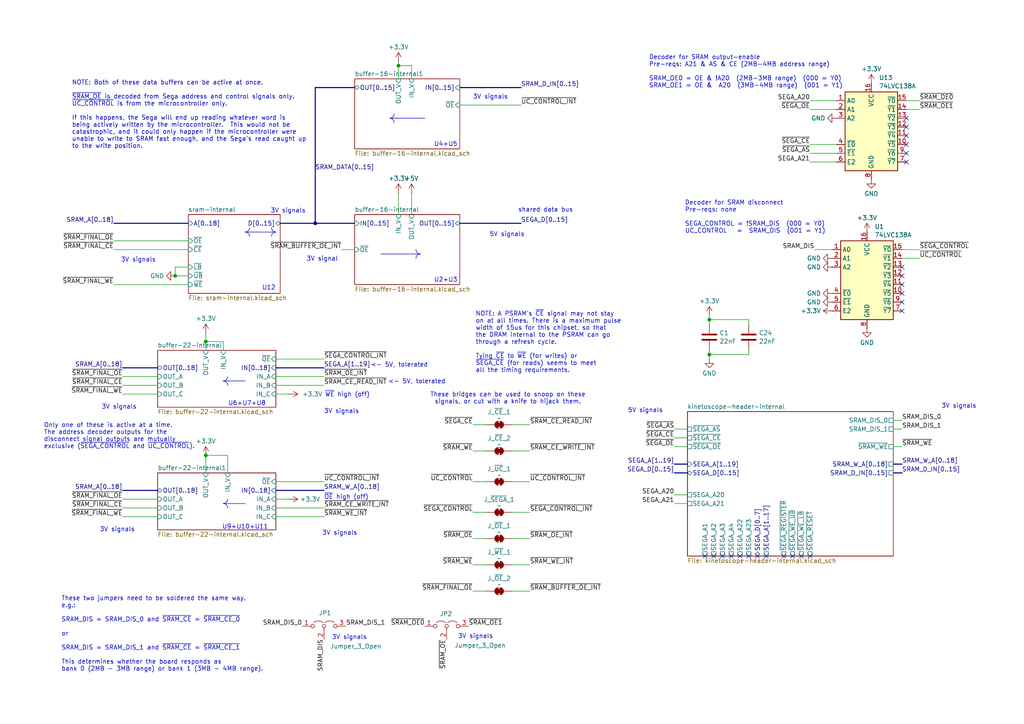
<source format=kicad_sch>
(kicad_sch (version 20250114) (generator "eeschema") (generator_version "9.0")
  (paper "A4")
  (title_block (title "Kinetoscope SRAM Bank"))
  (lib_symbols
    (symbol "74xx:74HC138"
      (property "Reference" "U" (at -7.62 13.97 0))
      (property "Value" "74HC138" (at 2.54 -11.43 0))
      (symbol "74HC138_0_1"
        (rectangle (start -7.62 12.7) (end 7.62 -10.16) (stroke (width 0.254)) (fill (type background)))
      )
      (symbol "74HC138_1_1"
        (pin input line (at -10.16 10.16 0) (length 2.54) (name "A0") (number "1"))
        (pin input line (at -10.16 7.62 0) (length 2.54) (name "A1") (number "2"))
        (pin input line (at -10.16 5.08 0) (length 2.54) (name "A2") (number "3"))
        (pin input line (at -10.16 -2.54 0) (length 2.54) (name "~{E0}") (number "4"))
        (pin input line (at -10.16 -5.08 0) (length 2.54) (name "~{E1}") (number "5"))
        (pin input line (at -10.16 -7.62 0) (length 2.54) (name "E2") (number "6"))
        (pin power_in line (at 0 15.24 270) (length 2.54) (name "VCC") (number "16"))
        (pin power_in line (at 0 -12.7 90) (length 2.54) (name "GND") (number "8"))
        (pin output line (at 10.16 10.16 180) (length 2.54) (name "~{Y0}") (number "15"))
        (pin output line (at 10.16 7.62 180) (length 2.54) (name "~{Y1}") (number "14"))
        (pin output line (at 10.16 5.08 180) (length 2.54) (name "~{Y2}") (number "13"))
        (pin output line (at 10.16 2.54 180) (length 2.54) (name "~{Y3}") (number "12"))
        (pin output line (at 10.16 0 180) (length 2.54) (name "~{Y4}") (number "11"))
        (pin output line (at 10.16 -2.54 180) (length 2.54) (name "~{Y5}") (number "10"))
        (pin output line (at 10.16 -5.08 180) (length 2.54) (name "~{Y6}") (number "9"))
        (pin output line (at 10.16 -7.62 180) (length 2.54) (name "~{Y7}") (number "7"))
      )
    )
    (symbol "Device:C" (pin_numbers (hide yes)) (pin_names (offset 0.254))
      (property "Reference" "C" (at 0.635 2.54 0))
      (property "Value" "C" (at 0.635 -2.54 0))
      (symbol "C_0_1"
        (polyline (pts (xy -2.032 0.762) (xy 2.032 0.762)) (stroke (width 0.508)))
        (polyline (pts (xy -2.032 -0.762) (xy 2.032 -0.762)) (stroke (width 0.508)))
      )
      (symbol "C_1_1"
        (pin passive line (at 0 3.81 270) (length 2.794) (name "~") (number "1"))
        (pin passive line (at 0 -3.81 90) (length 2.794) (name "~") (number "2"))
      )
    )
    (symbol "Jumper:Jumper_3_Open" (pin_names (offset 0) (hide yes)) (exclude_from_sim yes) (in_bom no)
      (property "Reference" "JP" (at -2.54 -2.54 0))
      (property "Value" "Jumper_3_Open" (at 0 2.794 0))
      (symbol "Jumper_3_Open_0_0"
        (circle (center -3.302 0) (radius 0.508))
        (circle (center 0 0) (radius 0.508))
        (circle (center 3.302 0) (radius 0.508))
      )
      (symbol "Jumper_3_Open_0_1"
        (arc (start -3.048 1.016) (mid -1.651 1.4992) (end -0.254 1.016))
        (polyline (pts (xy 0 -0.508) (xy 0 -1.27)))
        (arc (start 0.254 1.016) (mid 1.651 1.4992) (end 3.048 1.016))
      )
      (symbol "Jumper_3_Open_1_1"
        (pin passive line (at -6.35 0 0) (length 2.54) (name "A") (number "1"))
        (pin passive line (at 0 -3.81 90) (length 2.54) (name "C") (number "2"))
        (pin passive line (at 6.35 0 180) (length 2.54) (name "B") (number "3"))
      )
    )
    (symbol "Jumper:SolderJumper_2_Bridged" (pin_numbers (hide yes)) (pin_names (offset 0) (hide yes)) (exclude_from_sim yes) (in_bom no)
      (property "Reference" "JP" (at 0 2.032 0))
      (property "Value" "SolderJumper_2_Bridged" (at 0 -2.54 0))
      (symbol "SolderJumper_2_Bridged_0_1"
        (rectangle (start -0.508 0.508) (end 0.508 -0.508) (fill (type outline)))
        (polyline (pts (xy -0.254 1.016) (xy -0.254 -1.016)))
        (arc (start -0.254 -1.016) (mid -1.2656 0) (end -0.254 1.016))
        (arc (start -0.254 -1.016) (mid -1.2656 0) (end -0.254 1.016) (fill (type outline)))
        (arc (start 0.254 1.016) (mid 1.2656 0) (end 0.254 -1.016))
        (arc (start 0.254 1.016) (mid 1.2656 0) (end 0.254 -1.016) (fill (type outline)))
        (polyline (pts (xy 0.254 1.016) (xy 0.254 -1.016)))
      )
      (symbol "SolderJumper_2_Bridged_1_1"
        (pin passive line (at -3.81 0 0) (length 2.54) (name "A") (number "1"))
        (pin passive line (at 3.81 0 180) (length 2.54) (name "B") (number "2"))
      )
    )
    (symbol "power:+3.3V" (power) (pin_numbers (hide yes)) (pin_names (offset 0) (hide yes))
      (property "Value" "+3.3V" (at 0 3.556 0))
      (symbol "+3.3V_0_1"
        (polyline (pts (xy -0.762 1.27) (xy 0 2.54)))
        (polyline (pts (xy 0 2.54) (xy 0.762 1.27)))
        (polyline (pts (xy 0 0) (xy 0 2.54)))
      )
      (symbol "+3.3V_1_1"
        (pin power_in line (at 0 0 90) (length 0) (name "~") (number "1"))
      )
    )
    (symbol "power:+5V" (power) (pin_numbers (hide yes)) (pin_names (offset 0) (hide yes))
      (property "Value" "+5V" (at 0 3.556 0))
      (symbol "+5V_0_1"
        (polyline (pts (xy -0.762 1.27) (xy 0 2.54)))
        (polyline (pts (xy 0 2.54) (xy 0.762 1.27)))
        (polyline (pts (xy 0 0) (xy 0 2.54)))
      )
      (symbol "+5V_1_1"
        (pin power_in line (at 0 0 90) (length 0) (name "~") (number "1"))
      )
    )
    (symbol "power:GND" (power) (pin_numbers (hide yes)) (pin_names (offset 0) (hide yes))
      (property "Value" "GND" (at 0 -3.81 0))
      (symbol "GND_0_1"
        (polyline (pts (xy 0 0) (xy 0 -1.27) (xy 1.27 -1.27) (xy 0 -2.54) (xy -1.27 -1.27) (xy 0 -1.27)))
      )
      (symbol "GND_1_1"
        (pin power_in line (at 0 0 270) (length 0) (name "~") (number "1"))
      )
    )
  )
  (arc (start 113.03 34.29) (mid 113.928 34.662) (end 114.3 35.56))
  (arc (start 80.01 67.31) (mid 79.112 66.938) (end 78.74 66.04))
  (arc (start 120.65 74.93) (mid 121.022 74.032) (end 121.92 73.66))
  (arc (start 71.12 67.31) (mid 72.018 67.682) (end 72.39 68.58))
  (arc (start 64.77 146.05) (mid 65.668 146.422) (end 66.04 147.32))
  (arc (start 72.39 66.04) (mid 72.018 66.938) (end 71.12 67.31))
  (arc (start 121.92 73.66) (mid 121.022 73.288) (end 120.65 72.39))
  (arc (start 114.3 33.02) (mid 113.928 33.918) (end 113.03 34.29))
  (arc (start 64.77 110.49) (mid 65.668 110.862) (end 66.04 111.76))
  (arc (start 78.74 68.58) (mid 79.112 67.682) (end 80.01 67.31))
  (arc (start 66.04 144.78) (mid 65.668 145.678) (end 64.77 146.05))
  (arc (start 66.04 109.22) (mid 65.668 110.118) (end 64.77 110.49))
  (text "3V signal" (at 93.472 75.184 0) (effects (font (size 1.27 1.27))))
  (text "5V signals" (at 187.198 119.126 0) (effects (font (size 1.27 1.27))))
  (text "~{OE} high (off)" (at 93.98 144.272 0) (effects (font (size 1.27 1.27)) (justify left)))
  (text "NOTE: A PSRAM's ~{CE} signal may not stay\non at all times. There is a maximum pulse\nwidth of 15us for this chipset, so that\nthe DRAM internal to the PSRAM can go\nthrough a refresh cycle.\n\nTying ~{CE} to ~{WE} (for writes) or\n~{SEGA_CE} (for reads) seems to meet\nall the timing requirements." (at 137.922 99.314 0) (effects (font (size 1.27 1.27)) (justify left)))
  (text "These two jumpers need to be soldered the same way.\ne.g.:\n\nSRAM_DIS = SRAM_DIS_0 and ~{SRAM_CE} = ~{SRAM_CE_0}\n\nor\n\nSRAM_DIS = SRAM_DIS_1 and ~{SRAM_CE} = ~{SRAM_CE_1}\n\nThis determines whether the board responds as\nbank 0 (2MB - 3MB range) or bank 1 (3MB - 4MB range)." (at 17.78 183.896 0) (effects (font (size 1.27 1.27)) (justify left)))
  (text "3V signals" (at 278.13 117.856 0) (effects (font (size 1.27 1.27))))
  (text "3V signals" (at 142.24 28.194 0) (effects (font (size 1.27 1.27))))
  (text "Only one of these is active at a time.\nThe address decoder outputs for the\ndisconnect signal outputs are mutually\nexclusive (~{SEGA_CONTROL} and ~{UC_CONTROL})." (at 12.7 126.492 0) (effects (font (size 1.27 1.27)) (justify left)))
  (text "~{WE} high (off)" (at 94.234 114.554 0) (effects (font (size 1.27 1.27)) (justify left)))
  (text "U4+U5" (at 129.286 41.91 0) (effects (font (size 1.27 1.27))))
  (text "U6+U7+U8" (at 71.628 117.094 0) (effects (font (size 1.27 1.27))))
  (text "5V signals" (at 147.066 68.072 0) (effects (font (size 1.27 1.27))))
  (text "3V signals" (at 83.566 61.214 0) (effects (font (size 1.27 1.27))))
  (text "shared data bus" (at 158.242 60.96 0) (effects (font (size 1.27 1.27))))
  (text "These bridges can be used to snoop on these\nsignals, or cut with a knife to hijack them." (at 147.32 115.57 0) (effects (font (size 1.27 1.27))))
  (text "Decoder for SRAM disconnect\nPre-reqs: none\n\nSEGA_CONTROL = !SRAM_DIS  (000 = Y0)\nUC_CONTROL   =  SRAM_DIS  (001 = Y1)" (at 198.628 62.992 0) (effects (font (size 1.27 1.27)) (justify left)))
  (text "U12" (at 77.978 83.566 0) (effects (font (size 1.27 1.27))))
  (text "U9+U10+U11" (at 71.12 152.908 0) (effects (font (size 1.27 1.27))))
  (text "Decoder for SRAM output-enable\nPre-reqs: A21 & AS & CE (2MB-4MB address range)\n\nSRAM_OE0 = OE & !A20  (2MB-3MB range)  (000 = Y0)\nSRAM_OE1 = OE &  A20  (3MB-4MB range)  (001 = Y1)" (at 188.214 20.828 0) (effects (font (size 1.27 1.27)) (justify left)))
  (text "3V signals" (at 34.544 118.11 0) (effects (font (size 1.27 1.27))))
  (text "3V signals" (at 34.036 153.67 0) (effects (font (size 1.27 1.27))))
  (text "3V signals" (at 101.346 184.912 0) (effects (font (size 1.27 1.27))))
  (text "<- 5V, tolerated" (at 120.904 110.744 0) (effects (font (size 1.27 1.27))))
  (text "3V signals" (at 40.132 75.438 0) (effects (font (size 1.27 1.27))))
  (text "3V signals" (at 98.552 154.686 0) (effects (font (size 1.27 1.27))))
  (text "3V signals" (at 99.06 119.38 0) (effects (font (size 1.27 1.27))))
  (text "U2+U3" (at 129.286 81.28 0) (effects (font (size 1.27 1.27))))
  (text "NOTE: Both of these data buffers can be active at once.\n\n~{SRAM_OE} is decoded from Sega address and control signals only.\n~{UC_CONTROL} is from the microcontroller only.\n\nIf this happens, the Sega will end up reading whatever word is\nbeing actively written by the microcontroller.  This would not be\ncatastrophic, and it could only happen if the microcontroller were\nunable to write to SRAM fast enough, and the Sega's read caught up\nto the write position." (at 20.828 33.274 0) (effects (font (size 1.27 1.27) (thickness 0.1588)) (justify left)))
  (text "<- 5V, tolerated" (at 115.824 105.918 0) (effects (font (size 1.27 1.27))))
  (text "3V signals" (at 137.922 184.658 0) (effects (font (size 1.27 1.27))))
  (junction (at 59.69 99.06))
  (junction (at 59.69 132.08))
  (junction (at 205.74 102.87))
  (junction (at 205.74 92.71))
  (junction (at 50.8 80.01))
  (junction (at 115.57 19.05))
  (junction (at 91.44 64.77))
  (no_connect (at 261.62 87.63))
  (no_connect (at 261.62 82.55))
  (no_connect (at 227.33 161.29))
  (no_connect (at 204.47 161.29))
  (no_connect (at 262.89 41.91))
  (no_connect (at 262.89 44.45))
  (no_connect (at 212.09 161.29))
  (no_connect (at 214.63 161.29))
  (no_connect (at 262.89 39.37))
  (no_connect (at 261.62 85.09))
  (no_connect (at 234.95 161.29))
  (no_connect (at 262.89 46.99))
  (no_connect (at 229.87 161.29))
  (no_connect (at 261.62 80.01))
  (no_connect (at 209.55 161.29))
  (no_connect (at 261.62 90.17))
  (no_connect (at 232.41 161.29))
  (no_connect (at 219.71 161.29))
  (no_connect (at 262.89 36.83))
  (no_connect (at 262.89 34.29))
  (no_connect (at 217.17 161.29))
  (no_connect (at 261.62 77.47))
  (no_connect (at 207.01 161.29))
  (no_connect (at 222.25 161.29))
  (wire (pts (xy 234.95 44.45) (xy 242.57 44.45)))
  (wire (pts (xy 133.35 30.48) (xy 151.13 30.48)))
  (wire (pts (xy 93.98 104.14) (xy 80.01 104.14)))
  (bus (pts (xy 80.01 106.68) (xy 93.98 106.68)))
  (bus (pts (xy 259.08 134.62) (xy 261.62 134.62)))
  (wire (pts (xy 148.59 163.83) (xy 153.67 163.83)))
  (wire (pts (xy 59.69 132.08) (xy 59.69 137.16)))
  (wire (pts (xy 35.56 144.78) (xy 45.72 144.78)))
  (wire (pts (xy 35.56 109.22) (xy 45.72 109.22)))
  (wire (pts (xy 33.02 82.55) (xy 54.61 82.55)))
  (bus (pts (xy 133.35 64.77) (xy 151.13 64.77)))
  (wire (pts (xy 50.8 80.01) (xy 54.61 80.01)))
  (wire (pts (xy 148.59 130.81) (xy 153.67 130.81)))
  (wire (pts (xy 234.95 29.21) (xy 242.57 29.21)))
  (wire (pts (xy 137.16 139.7) (xy 140.97 139.7)))
  (bus (pts (xy 195.58 137.16) (xy 199.39 137.16)))
  (wire (pts (xy 205.74 92.71) (xy 217.17 92.71)))
  (wire (pts (xy 205.74 91.44) (xy 205.74 92.71)))
  (wire (pts (xy 261.62 72.39) (xy 266.7 72.39)))
  (wire (pts (xy 119.38 19.05) (xy 119.38 22.86)))
  (wire (pts (xy 35.56 149.86) (xy 45.72 149.86)))
  (wire (pts (xy 137.16 163.83) (xy 140.97 163.83)))
  (wire (pts (xy 195.58 127) (xy 199.39 127)))
  (wire (pts (xy 80.01 139.7) (xy 93.98 139.7)))
  (wire (pts (xy 35.56 114.3) (xy 45.72 114.3)))
  (bus (pts (xy 80.01 142.24) (xy 93.98 142.24)))
  (wire (pts (xy 99.06 72.39) (xy 102.87 72.39)))
  (wire (pts (xy 59.69 96.52) (xy 59.69 99.06)))
  (bus (pts (xy 102.87 64.77) (xy 91.44 64.77)))
  (wire (pts (xy 234.95 46.99) (xy 242.57 46.99)))
  (wire (pts (xy 59.69 99.06) (xy 59.69 101.6)))
  (wire (pts (xy 115.57 19.05) (xy 119.38 19.05)))
  (wire (pts (xy 217.17 101.6) (xy 217.17 102.87)))
  (wire (pts (xy 195.58 143.51) (xy 199.39 143.51)))
  (wire (pts (xy 262.89 31.75) (xy 266.7 31.75)))
  (wire (pts (xy 80.01 111.76) (xy 93.98 111.76)))
  (wire (pts (xy 64.77 101.6) (xy 64.77 99.06)))
  (bus (pts (xy 259.08 137.16) (xy 261.62 137.16)))
  (wire (pts (xy 195.58 124.46) (xy 199.39 124.46)))
  (wire (pts (xy 137.16 156.21) (xy 140.97 156.21)))
  (bus (pts (xy 91.44 64.77) (xy 91.44 25.4)))
  (wire (pts (xy 259.08 124.46) (xy 261.62 124.46)))
  (bus (pts (xy 35.56 142.24) (xy 45.72 142.24)))
  (wire (pts (xy 137.16 171.45) (xy 140.97 171.45)))
  (wire (pts (xy 50.8 77.47) (xy 50.8 80.01)))
  (wire (pts (xy 236.22 72.39) (xy 241.3 72.39)))
  (wire (pts (xy 195.58 146.05) (xy 199.39 146.05)))
  (bus (pts (xy 133.35 25.4) (xy 151.13 25.4)))
  (wire (pts (xy 153.67 123.19) (xy 148.59 123.19)))
  (wire (pts (xy 205.74 104.14) (xy 205.74 102.87)))
  (wire (pts (xy 66.04 132.08) (xy 59.69 132.08)))
  (wire (pts (xy 137.16 148.59) (xy 140.97 148.59)))
  (wire (pts (xy 35.56 111.76) (xy 45.72 111.76)))
  (wire (pts (xy 115.57 17.78) (xy 115.57 19.05)))
  (wire (pts (xy 148.59 171.45) (xy 153.67 171.45)))
  (wire (pts (xy 217.17 92.71) (xy 217.17 93.98)))
  (wire (pts (xy 33.02 69.85) (xy 54.61 69.85)))
  (wire (pts (xy 119.38 55.88) (xy 119.38 62.23)))
  (wire (pts (xy 64.77 99.06) (xy 59.69 99.06)))
  (polyline (pts (xy 71.12 67.31) (xy 80.01 67.31)))
  (polyline (pts (xy 64.77 146.05) (xy 71.12 146.05)))
  (wire (pts (xy 148.59 148.59) (xy 153.67 148.59)))
  (wire (pts (xy 217.17 102.87) (xy 205.74 102.87)))
  (wire (pts (xy 148.59 139.7) (xy 153.67 139.7)))
  (wire (pts (xy 205.74 102.87) (xy 205.74 101.6)))
  (wire (pts (xy 54.61 77.47) (xy 50.8 77.47)))
  (wire (pts (xy 259.08 129.54) (xy 261.62 129.54)))
  (wire (pts (xy 234.95 31.75) (xy 242.57 31.75)))
  (wire (pts (xy 137.16 123.19) (xy 140.97 123.19)))
  (wire (pts (xy 115.57 19.05) (xy 115.57 22.86)))
  (bus (pts (xy 35.56 106.68) (xy 45.72 106.68)))
  (wire (pts (xy 234.95 41.91) (xy 242.57 41.91)))
  (wire (pts (xy 80.01 149.86) (xy 93.98 149.86)))
  (bus (pts (xy 91.44 25.4) (xy 102.87 25.4)))
  (polyline (pts (xy 113.03 34.29) (xy 123.19 34.29)))
  (wire (pts (xy 80.01 109.22) (xy 93.98 109.22)))
  (wire (pts (xy 195.58 129.54) (xy 199.39 129.54)))
  (wire (pts (xy 205.74 92.71) (xy 205.74 93.98)))
  (wire (pts (xy 261.62 74.93) (xy 266.7 74.93)))
  (wire (pts (xy 80.01 114.3) (xy 83.82 114.3)))
  (wire (pts (xy 259.08 121.92) (xy 261.62 121.92)))
  (wire (pts (xy 115.57 55.88) (xy 115.57 62.23)))
  (wire (pts (xy 262.89 29.21) (xy 266.7 29.21)))
  (bus (pts (xy 81.28 64.77) (xy 91.44 64.77)))
  (wire (pts (xy 66.04 137.16) (xy 66.04 132.08)))
  (wire (pts (xy 35.56 147.32) (xy 45.72 147.32)))
  (polyline (pts (xy 64.77 110.49) (xy 71.12 110.49)))
  (wire (pts (xy 80.01 147.32) (xy 93.98 147.32)))
  (wire (pts (xy 148.59 156.21) (xy 153.67 156.21)))
  (polyline (pts (xy 110.49 73.66) (xy 121.92 73.66)))
  (wire (pts (xy 137.16 130.81) (xy 140.97 130.81)))
  (bus (pts (xy 195.58 134.62) (xy 199.39 134.62)))
  (wire (pts (xy 33.02 72.39) (xy 54.61 72.39)))
  (wire (pts (xy 80.01 144.78) (xy 83.82 144.78)))
  (bus (pts (xy 33.02 64.77) (xy 54.61 64.77)))
  (label "~{UC_CONTROL}" (at 266.7 74.93 0))
  (label "~{SRAM_WE}" (at 137.16 130.81 180))
  (label "~{SEGA_OE}" (at 234.95 31.75 180))
  (label "~{SRAM_FINAL_OE}" (at 35.56 109.22 180))
  (label "~{SRAM_FINAL_WE}" (at 33.02 82.55 180))
  (label "SEGA_A20" (at 234.95 29.21 180))
  (label "~{SRAM_FINAL_WE}" (at 35.56 149.86 180))
  (label "~{SRAM_OE_INT}" (at 153.67 156.21 0))
  (label "~{SRAM_FINAL_OE}" (at 137.16 171.45 180))
  (label "~{SEGA_CONTROL_INT}" (at 93.98 104.14 0))
  (label "~{SRAM_OE1}" (at 135.89 181.61 0))
  (label "~{SRAM_WE_INT}" (at 93.98 149.86 0))
  (label "SEGA_A[1..19]" (at 93.98 106.68 0))
  (label "SRAM_DIS" (at 93.98 185.42 270))
  (label "SRAM_A[0..18]" (at 35.56 142.24 180))
  (label "~{SRAM_FINAL_OE}" (at 33.02 69.85 180))
  (label "~{SRAM_WE_INT}" (at 153.67 163.83 0))
  (label "~{SRAM_OE0}" (at 266.7 29.21 0))
  (label "SRAM_D_IN[0..15]" (at 261.62 137.16 0))
  (label "~{UC_CONTROL_INT}" (at 93.98 139.7 0))
  (label "~{SRAM_FINAL_WE}" (at 35.56 114.3 180))
  (label "~{SEGA_OE}" (at 195.58 129.54 180))
  (label "~{SRAM_FINAL_CE}" (at 33.02 72.39 180))
  (label "~{SRAM_CE_WRITE_INT}" (at 93.98 147.32 0))
  (label "~{SRAM_OE_INT}" (at 93.98 109.22 0))
  (label "~{SEGA_AS}" (at 195.58 124.46 180))
  (label "SEGA_A21" (at 195.58 146.05 180))
  (label "SRAM_DIS" (at 236.22 72.39 180))
  (label "~{SEGA_AS}" (at 234.95 44.45 180))
  (label "~{SEGA_CE}" (at 195.58 127 180))
  (label "~{UC_CONTROL_INT}" (at 151.13 30.48 0))
  (label "~{SRAM_CE_READ_INT}" (at 153.67 123.19 0))
  (label "SRAM_D_IN[0..15]" (at 151.13 25.4 0))
  (label "~{SRAM_CE_READ_INT}" (at 93.98 111.76 0))
  (label "SRAM_DIS_1" (at 261.62 124.46 0))
  (label "~{SRAM_FINAL_CE}" (at 35.56 111.76 180))
  (label "~{SRAM_WE}" (at 137.16 163.83 180))
  (label "SRAM_DIS_0" (at 261.62 121.92 0))
  (label "SRAM_A[0..18]" (at 33.02 64.77 180))
  (label "~{SRAM_FINAL_CE}" (at 35.56 147.32 180))
  (label "~{SRAM_OE}" (at 137.16 156.21 180))
  (label "SEGA_D[0..15]" (at 151.13 64.77 0))
  (label "SRAM_W_A[0..18]" (at 261.62 134.62 0))
  (label "~{SRAM_CE_WRITE_INT}" (at 153.67 130.81 0))
  (label "SRAM_DIS_0" (at 87.63 181.61 180))
  (label "~{SEGA_CONTROL}" (at 137.16 148.59 180))
  (label "~{UC_CONTROL}" (at 137.16 139.7 180))
  (label "~{SRAM_BUFFER_OE_INT}" (at 99.06 72.39 180))
  (label "SRAM_DIS_1" (at 100.33 181.61 0))
  (label "~{SRAM_OE}" (at 129.54 185.42 270))
  (label "SEGA_D[0..15]" (at 195.58 137.16 180))
  (label "SEGA_A[1..19]" (at 195.58 134.62 180))
  (label "SEGA_A20" (at 195.58 143.51 180))
  (label "~{SRAM_WE}" (at 261.62 129.54 0))
  (label "SRAM_DATA[0..15]" (at 91.44 49.53 0))
  (label "~{SRAM_OE1}" (at 266.7 31.75 0))
  (label "~{SEGA_CE}" (at 234.95 41.91 180))
  (label "~{SEGA_CE}" (at 137.16 123.19 180))
  (label "SEGA_A21" (at 234.95 46.99 180))
  (label "~{SEGA_CONTROL}" (at 266.7 72.39 0))
  (label "~{SRAM_BUFFER_OE_INT}" (at 153.67 171.45 0))
  (label "~{SEGA_CONTROL_INT}" (at 153.67 148.59 0))
  (label "~{SRAM_FINAL_OE}" (at 35.56 144.78 180))
  (label "SRAM_A[0..18]" (at 35.56 106.68 180))
  (label "~{UC_CONTROL_INT}" (at 153.67 139.7 0))
  (label "SRAM_W_A[0..18]" (at 93.98 142.24 0))
  (label "~{SRAM_OE0}" (at 123.19 181.61 180))
  (symbol (lib_id "Jumper:SolderJumper_2_Bridged") (at 144.78 163.83 0) (unit 1) (exclude_from_sim yes) (in_bom no)
    (property "Reference" "J_~{WE}_1" (at 144.78 160.137 0))
    (property "Value" "~" (at 144.78 161.9639 0))
    (property "Footprint" "Jumper:SolderJumper-2_P1.3mm_Bridged_RoundedPad1.0x1.5mm" (effects (hide yes)))
    (property "Description" "Solder Jumper, 2-pole, closed/bridged" (effects (hide yes)))
  )
  (symbol (lib_id "power:GND") (at 252.73 52.07 0) (unit 1)
    (property "Reference" "#PWR048" (effects (hide yes)))
    (property "Value" "GND" (at 252.73 56.2031 0))
    (property "Description" "Power symbol creates a global label with name \"GND\" , ground" (effects (hide yes)))
  )
  (symbol (lib_id "Jumper:SolderJumper_2_Bridged") (at 144.78 123.19 0) (unit 1) (exclude_from_sim yes) (in_bom no)
    (property "Reference" "J_~{CE}_1" (at 144.78 119.497 0))
    (property "Value" "~" (at 144.78 121.3239 0))
    (property "Footprint" "Jumper:SolderJumper-2_P1.3mm_Bridged_RoundedPad1.0x1.5mm" (effects (hide yes)))
    (property "Description" "Solder Jumper, 2-pole, closed/bridged" (effects (hide yes)))
  )
  (symbol (lib_id "Device:C") (at 205.74 97.79 0) (unit 1)
    (property "Reference" "C1" (at 208.661 96.5778 0) (effects (justify left)))
    (property "Value" "22nF" (at 208.661 99.0021 0) (effects (justify left)))
    (property "Footprint" "Capacitor_SMD:C_0603_1608Metric" (effects (hide yes)))
    (property "Datasheet" "https://www.mouser.com/datasheet/2/447/KEM_C1002_X7R_SMD-3316098.pdf" (effects (hide yes)))
    (property "Description" "Unpolarized capacitor" (effects (hide yes)))
    (property "JLCPCB Part Number" "CL10B223KB8NNNC" (effects (hide yes)))
    (property "Mouser Part Number" "80-C0603C223K4R" (effects (hide yes)))
    (property "Part Number" "C0603C223K4RACTU" (effects (hide yes)))
  )
  (symbol (lib_id "Jumper:SolderJumper_2_Bridged") (at 144.78 148.59 0) (unit 1) (exclude_from_sim yes) (in_bom no)
    (property "Reference" "J_~{SEGA}_1" (at 144.78 144.897 0))
    (property "Value" "~" (at 144.78 146.7239 0))
    (property "Footprint" "Jumper:SolderJumper-2_P1.3mm_Bridged_RoundedPad1.0x1.5mm" (effects (hide yes)))
    (property "Description" "Solder Jumper, 2-pole, closed/bridged" (effects (hide yes)))
  )
  (symbol (lib_id "Jumper:Jumper_3_Open") (at 93.98 181.61 0) (unit 1) (exclude_from_sim yes) (in_bom no)
    (property "Reference" "JP1" (at 92.456 177.8 0) (effects (justify left)))
    (property "Value" "Jumper_3_Open" (at 95.758 187.452 0) (effects (justify left)))
    (property "Footprint" "Jumper:SolderJumper-3_P1.3mm_Open_RoundedPad1.0x1.5mm_NumberLabels" (effects (hide yes)))
    (property "Description" "Jumper, 3-pole, both open" (effects (hide yes)))
  )
  (symbol (lib_id "power:+3.3V") (at 115.57 17.78 0) (unit 1)
    (property "Reference" "#PWR013" (effects (hide yes)))
    (property "Value" "+3.3V" (at 115.57 13.6469 0))
    (property "Description" "Power symbol creates a global label with name \"+3.3V\"" (effects (hide yes)))
  )
  (symbol (lib_id "power:+5V") (at 119.38 55.88 0) (unit 1)
    (property "Reference" "#PWR047" (effects (hide yes)))
    (property "Value" "+5V" (at 119.38 51.7469 0))
    (property "Description" "Power symbol creates a global label with name \"+5V\"" (effects (hide yes)))
  )
  (symbol (lib_id "power:+3.3V") (at 83.82 114.3 270) (unit 1)
    (property "Reference" "#PWR017" (effects (hide yes)))
    (property "Value" "+3.3V" (at 87.63 114.2999 90) (effects (justify left)))
    (property "Description" "Power symbol creates a global label with name \"+3.3V\"" (effects (hide yes)))
  )
  (symbol (lib_id "power:+3.3V") (at 205.74 91.44 0) (unit 1)
    (property "Reference" "#PWR03" (effects (hide yes)))
    (property "Value" "+3.3V" (at 205.74 87.3069 0))
    (property "Description" "Power symbol creates a global label with name \"+3.3V\"" (effects (hide yes)))
  )
  (symbol (lib_id "power:GND") (at 241.3 77.47 270) (unit 1)
    (property "Reference" "#PWR049" (effects (hide yes)))
    (property "Value" "GND" (at 238.1251 77.47 90) (effects (justify right)))
    (property "Description" "Power symbol creates a global label with name \"GND\" , ground" (effects (hide yes)))
  )
  (symbol (lib_id "power:+3.3V") (at 241.3 90.17 90) (unit 1)
    (property "Reference" "#PWR055" (effects (hide yes)))
    (property "Value" "+3.3V" (at 238.125 90.17 90) (effects (justify left)))
    (property "Description" "Power symbol creates a global label with name \"+3.3V\"" (effects (hide yes)))
  )
  (symbol (lib_id "power:+3.3V") (at 252.73 24.13 0) (unit 1)
    (property "Reference" "#PWR018" (effects (hide yes)))
    (property "Value" "+3.3V" (at 252.73 19.9969 0))
    (property "Description" "Power symbol creates a global label with name \"+3.3V\"" (effects (hide yes)))
  )
  (symbol (lib_id "Jumper:SolderJumper_2_Bridged") (at 144.78 156.21 0) (unit 1) (exclude_from_sim yes) (in_bom no)
    (property "Reference" "J_~{OE}_1" (at 144.78 152.517 0))
    (property "Value" "~" (at 144.78 154.3439 0))
    (property "Footprint" "Jumper:SolderJumper-2_P1.3mm_Bridged_RoundedPad1.0x1.5mm" (effects (hide yes)))
    (property "Description" "Solder Jumper, 2-pole, closed/bridged" (effects (hide yes)))
  )
  (symbol (lib_id "Jumper:SolderJumper_2_Bridged") (at 144.78 171.45 0) (unit 1) (exclude_from_sim yes) (in_bom no)
    (property "Reference" "J_~{OE}_2" (at 144.78 167.757 0))
    (property "Value" "~" (at 144.78 169.5839 0))
    (property "Footprint" "Jumper:SolderJumper-2_P1.3mm_Bridged_RoundedPad1.0x1.5mm" (effects (hide yes)))
    (property "Description" "Solder Jumper, 2-pole, closed/bridged" (effects (hide yes)))
  )
  (symbol (lib_id "power:+3.3V") (at 115.57 55.88 0) (unit 1)
    (property "Reference" "#PWR014" (effects (hide yes)))
    (property "Value" "+3.3V" (at 115.57 51.7469 0))
    (property "Description" "Power symbol creates a global label with name \"+3.3V\"" (effects (hide yes)))
  )
  (symbol (lib_id "power:GND") (at 50.8 80.01 270) (unit 1)
    (property "Reference" "#PWR044" (effects (hide yes)))
    (property "Value" "GND" (at 47.6251 80.01 90) (effects (justify right)))
    (property "Description" "Power symbol creates a global label with name \"GND\" , ground" (effects (hide yes)))
  )
  (symbol (lib_id "Jumper:Jumper_3_Open") (at 129.54 181.61 0) (unit 1) (exclude_from_sim yes) (in_bom no)
    (property "Reference" "JP2" (at 127.508 178.054 0) (effects (justify left)))
    (property "Value" "Jumper_3_Open" (at 131.826 187.198 0) (effects (justify left)))
    (property "Footprint" "Jumper:SolderJumper-3_P1.3mm_Open_RoundedPad1.0x1.5mm_NumberLabels" (effects (hide yes)))
    (property "Description" "Jumper, 3-pole, both open" (effects (hide yes)))
  )
  (symbol (lib_id "power:GND") (at 241.3 87.63 270) (unit 1)
    (property "Reference" "#PWR053" (effects (hide yes)))
    (property "Value" "GND" (at 238.1251 87.63 90) (effects (justify right)))
    (property "Description" "Power symbol creates a global label with name \"GND\" , ground" (effects (hide yes)))
  )
  (symbol (lib_id "74xx:74HC138") (at 251.46 82.55 0) (unit 1)
    (property "Reference" "U1" (at 253.6541 65.7055 0) (effects (justify left)))
    (property "Value" "74LVC138A" (at 253.6541 68.1298 0) (effects (justify left)))
    (property "Footprint" "Package_SO:TSSOP-16_4.4x5mm_P0.65mm" (effects (hide yes)))
    (property "Datasheet" "https://www.mouser.com/datasheet/2/916/74LVC138A-2937328.pdf" (effects (hide yes)))
    (property "Description" "3-to-8 line decoder/multiplexer inverting, DIP-16/SOIC-16/SSOP-16" (effects (hide yes)))
    (property "JLCPCB Part Number" "C6062" (effects (hide yes)))
    (property "Mouser Part Number" "771-74LVC138APW-T" (effects (hide yes)))
    (property "Part Number" "74LVC138APW,118" (effects (hide yes)))
  )
  (symbol (lib_id "Jumper:SolderJumper_2_Bridged") (at 144.78 139.7 0) (unit 1) (exclude_from_sim yes) (in_bom no)
    (property "Reference" "J_~{UC}_1" (at 144.78 136.007 0))
    (property "Value" "~" (at 144.78 137.8339 0))
    (property "Footprint" "Jumper:SolderJumper-2_P1.3mm_Bridged_RoundedPad1.0x1.5mm" (effects (hide yes)))
    (property "Description" "Solder Jumper, 2-pole, closed/bridged" (effects (hide yes)))
  )
  (symbol (lib_id "power:GND") (at 242.57 34.29 270) (unit 1)
    (property "Reference" "#PWR019" (effects (hide yes)))
    (property "Value" "GND" (at 239.3951 34.29 90) (effects (justify right)))
    (property "Description" "Power symbol creates a global label with name \"GND\" , ground" (effects (hide yes)))
  )
  (symbol (lib_id "power:GND") (at 241.3 85.09 270) (unit 1)
    (property "Reference" "#PWR054" (effects (hide yes)))
    (property "Value" "GND" (at 238.1251 85.09 90) (effects (justify right)))
    (property "Description" "Power symbol creates a global label with name \"GND\" , ground" (effects (hide yes)))
  )
  (symbol (lib_id "power:GND") (at 205.74 104.14 0) (unit 1)
    (property "Reference" "#PWR045" (effects (hide yes)))
    (property "Value" "GND" (at 205.74 108.2731 0))
    (property "Description" "Power symbol creates a global label with name \"GND\" , ground" (effects (hide yes)))
  )
  (symbol (lib_id "power:+3.3V") (at 83.82 144.78 270) (unit 1)
    (property "Reference" "#PWR020" (effects (hide yes)))
    (property "Value" "+3.3V" (at 86.995 144.78 90) (effects (justify left)))
    (property "Description" "Power symbol creates a global label with name \"+3.3V\"" (effects (hide yes)))
  )
  (symbol (lib_id "Jumper:SolderJumper_2_Bridged") (at 144.78 130.81 0) (unit 1) (exclude_from_sim yes) (in_bom no)
    (property "Reference" "J_~{CE}_2" (at 144.78 127.117 0))
    (property "Value" "~" (at 144.78 128.9439 0))
    (property "Footprint" "Jumper:SolderJumper-2_P1.3mm_Bridged_RoundedPad1.0x1.5mm" (effects (hide yes)))
    (property "Description" "Solder Jumper, 2-pole, closed/bridged" (effects (hide yes)))
  )
  (symbol (lib_id "power:GND") (at 251.46 95.25 0) (unit 1)
    (property "Reference" "#PWR052" (effects (hide yes)))
    (property "Value" "GND" (at 251.46 99.3831 0))
    (property "Description" "Power symbol creates a global label with name \"GND\" , ground" (effects (hide yes)))
  )
  (symbol (lib_id "power:+3.3V") (at 59.69 96.52 0) (unit 1)
    (property "Reference" "#PWR015" (effects (hide yes)))
    (property "Value" "+3.3V" (at 59.69 92.3869 0))
    (property "Description" "Power symbol creates a global label with name \"+3.3V\"" (effects (hide yes)))
  )
  (symbol (lib_id "power:GND") (at 241.3 74.93 270) (unit 1)
    (property "Reference" "#PWR046" (effects (hide yes)))
    (property "Value" "GND" (at 238.1251 74.93 90) (effects (justify right)))
    (property "Description" "Power symbol creates a global label with name \"GND\" , ground" (effects (hide yes)))
  )
  (symbol (lib_id "Device:C") (at 217.17 97.79 0) (unit 1)
    (property "Reference" "C24" (at 220.091 96.5778 0) (effects (justify left)))
    (property "Value" "22nF" (at 220.091 99.0021 0) (effects (justify left)))
    (property "Footprint" "Capacitor_SMD:C_0603_1608Metric" (effects (hide yes)))
    (property "Datasheet" "https://www.mouser.com/datasheet/2/447/KEM_C1002_X7R_SMD-3316098.pdf" (effects (hide yes)))
    (property "Description" "Unpolarized capacitor" (effects (hide yes)))
    (property "JLCPCB Part Number" "CL10B223KB8NNNC" (effects (hide yes)))
    (property "Mouser Part Number" "80-C0603C223K4R" (effects (hide yes)))
    (property "Part Number" "C0603C223K4RACTU" (effects (hide yes)))
  )
  (symbol (lib_id "74xx:74HC138") (at 252.73 39.37 0) (unit 1)
    (property "Reference" "U13" (at 254.9241 22.5255 0) (effects (justify left)))
    (property "Value" "74LVC138A" (at 254.9241 24.9498 0) (effects (justify left)))
    (property "Footprint" "Package_SO:TSSOP-16_4.4x5mm_P0.65mm" (effects (hide yes)))
    (property "Datasheet" "https://www.mouser.com/datasheet/2/916/74LVC138A-2937328.pdf" (effects (hide yes)))
    (property "Description" "3-to-8 line decoder/multiplexer inverting, DIP-16/SOIC-16/SSOP-16" (effects (hide yes)))
    (property "JLCPCB Part Number" "C6062" (effects (hide yes)))
    (property "Mouser Part Number" "771-74LVC138APW-T" (effects (hide yes)))
    (property "Part Number" "74LVC138APW,118" (effects (hide yes)))
  )
  (symbol (lib_id "power:+3.3V") (at 59.69 132.08 0) (unit 1)
    (property "Reference" "#PWR016" (effects (hide yes)))
    (property "Value" "+3.3V" (at 59.69 127.9469 0))
    (property "Description" "Power symbol creates a global label with name \"+3.3V\"" (effects (hide yes)))
  )
  (symbol (lib_id "power:+3.3V") (at 251.46 67.31 0) (unit 1)
    (property "Reference" "#PWR050" (effects (hide yes)))
    (property "Value" "+3.3V" (at 251.46 63.1769 0))
    (property "Description" "Power symbol creates a global label with name \"+3.3V\"" (effects (hide yes)))
  )
  (sheet (at 45.72 137.16) (size 34.29 16.51) (stroke (width 0.1524))
    (property "Sheetname" "buffer-22-internal1" (at 45.72 136.4484 0) (effects (justify left bottom)))
    (property "Sheetfile" "buffer-22-internal.kicad_sch" (at 45.72 154.2546 0) (effects (justify left top)))
    (pin "IN_A" input (at 80.01 144.78 0))
    (pin "IN_C" input (at 80.01 149.86 0))
    (pin "IN_B" input (at 80.01 147.32 0))
    (pin "OUT_B" input (at 45.72 147.32 180))
    (pin "OUT_A" input (at 45.72 144.78 180))
    (pin "OUT_C" input (at 45.72 149.86 180))
    (pin "IN[0..18]" input (at 80.01 142.24 0))
    (pin "~{OE}" input (at 80.01 139.7 0))
    (pin "OUT[0..18]" tri_state (at 45.72 142.24 180))
    (pin "IN_V" input (at 66.04 137.16 90))
    (pin "OUT_V" input (at 59.69 137.16 90))
  )
  (sheet (at 54.61 62.23) (size 26.67 22.86) (stroke (width 0.1524))
    (property "Sheetname" "sram-internal" (at 54.61 61.5184 0) (effects (justify left bottom)))
    (property "Sheetfile" "sram-internal.kicad_sch" (at 54.61 85.6746 0) (effects (justify left top)))
    (pin "A[0..18]" input (at 54.61 64.77 180))
    (pin "~{OE}" input (at 54.61 69.85 180))
    (pin "~{CE}" input (at 54.61 72.39 180))
    (pin "~{LB}" input (at 54.61 77.47 180))
    (pin "~{UB}" input (at 54.61 80.01 180))
    (pin "~{WE}" input (at 54.61 82.55 180))
    (pin "D[0..15]" bidirectional (at 81.28 64.77 0))
  )
  (sheet (at 102.87 22.86) (size 30.48 20.32) (stroke (width 0.1524))
    (property "Sheetname" "buffer-16-internal1" (at 102.87 22.1484 0) (effects (justify left bottom)))
    (property "Sheetfile" "buffer-16-internal.kicad_sch" (at 102.87 43.7646 0) (effects (justify left top)))
    (pin "IN[0..15]" input (at 133.35 25.4 0))
    (pin "~{OE}" input (at 133.35 30.48 0))
    (pin "OUT[0..15]" tri_state (at 102.87 25.4 180))
    (pin "IN_V" input (at 119.38 22.86 90))
    (pin "OUT_V" input (at 115.57 22.86 90))
  )
  (sheet (at 199.39 119.38) (size 59.69 41.91) (stroke (width 0.1524))
    (property "Sheetname" "kinetoscope-header-internal" (at 199.39 118.6684 0) (effects (justify left bottom)))
    (property "Sheetfile" "kinetoscope-header-internal.kicad_sch" (at 199.39 161.8746 0) (effects (justify left top)))
    (pin "SEGA_A[1..19]" input (at 199.39 134.62 180))
    (pin "SEGA_D[0..15]" bidirectional (at 199.39 137.16 180))
    (pin "SRAM_D_IN[0..15]" passive (at 259.08 137.16 0))
    (pin "SRAM_DIS_1" passive (at 259.08 124.46 0))
    (pin "SRAM_DIS_0" passive (at 259.08 121.92 0))
    (pin "~{SRAM_WE}" passive (at 259.08 129.54 0))
    (pin "SRAM_W_A[0..18]" passive (at 259.08 134.62 0))
    (pin "~{SEGA_CE}" passive (at 199.39 127 180))
    (pin "SEGA_A20" passive (at 199.39 143.51 180))
    (pin "SEGA_A21" passive (at 199.39 146.05 180))
    (pin "SEGA_A22" passive (at 214.63 161.29 270))
    (pin "SEGA_A23" passive (at 217.17 161.29 270))
    (pin "SEGA_A[1..17]" passive (at 222.25 161.29 270))
    (pin "~{SEGA_WE_LB}" passive (at 232.41 161.29 270))
    (pin "~{SEGA_REGISTER}" passive (at 227.33 161.29 270))
    (pin "~{SEGA_WE_UB}" passive (at 229.87 161.29 270))
    (pin "~{SEGA_AS}" passive (at 199.39 124.46 180))
    (pin "~{SEGA_RESET}" passive (at 234.95 161.29 270))
    (pin "SEGA_D[0..7]" bidirectional (at 219.71 161.29 270))
    (pin "SEGA_A2" passive (at 207.01 161.29 270))
    (pin "SEGA_A1" passive (at 204.47 161.29 270))
    (pin "SEGA_A3" passive (at 209.55 161.29 270))
    (pin "~{SEGA_OE}" passive (at 199.39 129.54 180))
    (pin "SEGA_A4" passive (at 212.09 161.29 270))
  )
  (sheet (at 102.87 62.23) (size 30.48 20.32) (stroke (width 0.1524))
    (property "Sheetname" "buffer-16-internal" (at 102.87 61.5184 0) (effects (justify left bottom)))
    (property "Sheetfile" "buffer-16-internal.kicad_sch" (at 102.87 83.1346 0) (effects (justify left top)))
    (pin "IN[0..15]" input (at 102.87 64.77 180))
    (pin "~{OE}" input (at 102.87 72.39 180))
    (pin "OUT[0..15]" tri_state (at 133.35 64.77 0))
    (pin "IN_V" input (at 115.57 62.23 90))
    (pin "OUT_V" input (at 119.38 62.23 90))
  )
  (sheet (at 45.72 101.6) (size 34.29 16.51) (stroke (width 0.1524))
    (property "Sheetname" "buffer-22-internal" (at 45.72 100.8884 0) (effects (justify left bottom)))
    (property "Sheetfile" "buffer-22-internal.kicad_sch" (at 45.72 118.6946 0) (effects (justify left top)))
    (pin "IN_A" input (at 80.01 109.22 0))
    (pin "IN_C" input (at 80.01 114.3 0))
    (pin "IN_B" input (at 80.01 111.76 0))
    (pin "OUT_B" input (at 45.72 111.76 180))
    (pin "OUT_A" input (at 45.72 109.22 180))
    (pin "OUT_C" input (at 45.72 114.3 180))
    (pin "IN[0..18]" input (at 80.01 106.68 0))
    (pin "~{OE}" input (at 80.01 104.14 0))
    (pin "OUT[0..18]" tri_state (at 45.72 106.68 180))
    (pin "IN_V" input (at 64.77 101.6 90))
    (pin "OUT_V" input (at 59.69 101.6 90))
  )
)
</source>
